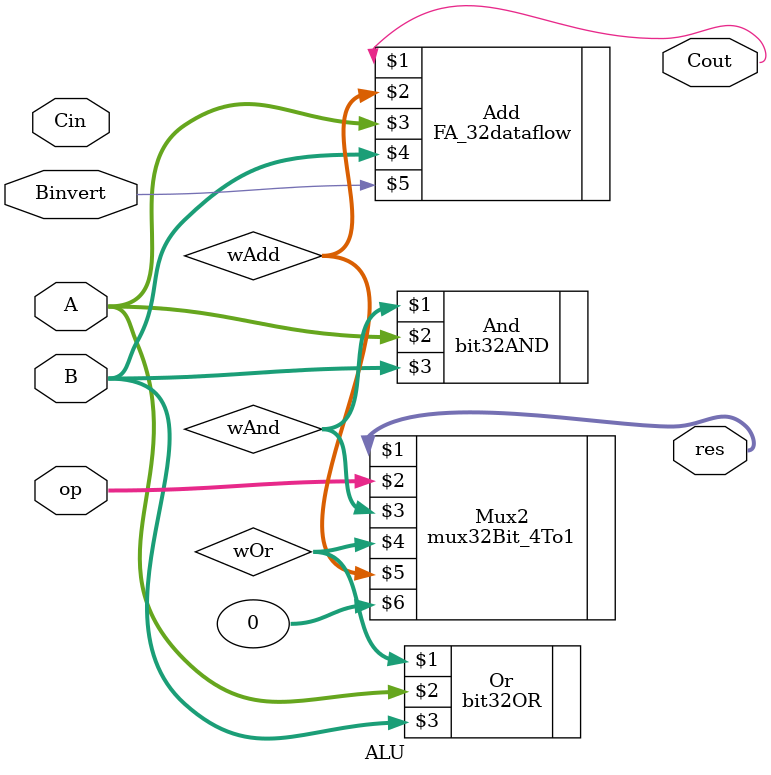
<source format=v>
`include "bit32AND.v"
`include "bit32OR.v"
`include "FA_32dataflow.v"
`include "mux32Bit_4To1.v"
module ALU(A,B,Binvert,Cin,op,res,Cout);
	output [31:0]res;
	output Cout;
	input [31:0]A,B;
	input [1:0]op;
	input Binvert,Cin;
	wire  [31:0]  wAnd, wOr, wAdd, wMux, notB;
    assign  {notB} = ~B;
    bit32AND  And(wAnd, A, B);
	bit32OR Or(wOr, A, B);
	FA_32dataflow  Add(Cout, wAdd, A, B, Binvert);
	mux32Bit_4To1 Mux2(res, op, wAnd, wOr, wAdd, 32'h00000000);
endmodule

</source>
